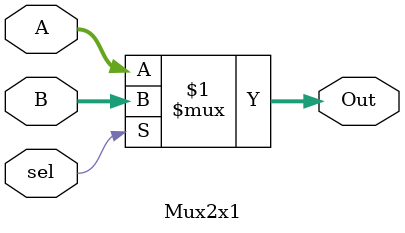
<source format=v>
/*--  *******************************************************
--  Computer Architecture Course, Laboratory Sources 
--  Amirkabir University of Technology (Tehran Polytechnic)
--  Department of Computer Engineering (CE-AUT)
--  https://ce[dot]aut[dot]ac[dot]ir
--  *******************************************************
--  All Rights reserved (C) 2019-2020
--  *******************************************************
--  Student ID  : 
--  Student Name: 
--  Student Mail: 
--  *******************************************************
--  Additional Comments:
--
--*/

/*-----------------------------------------------------------
---  Module Name:  Light Dance Utils
---  Description: Module5:
-----------------------------------------------------------*/
`timescale 1 ns/1 ns

/***********************************************************/
/************** Design Your Own Modules Below **************/

module Mux2x1 (
    input [7:0]A,
    input [7:0]B,
    input sel,
    output [7:0]Out
);
    assign Out = sel ? B : A;
endmodule
	
/************** Design Your Own Modules Above **************/
/***********************************************************/

</source>
